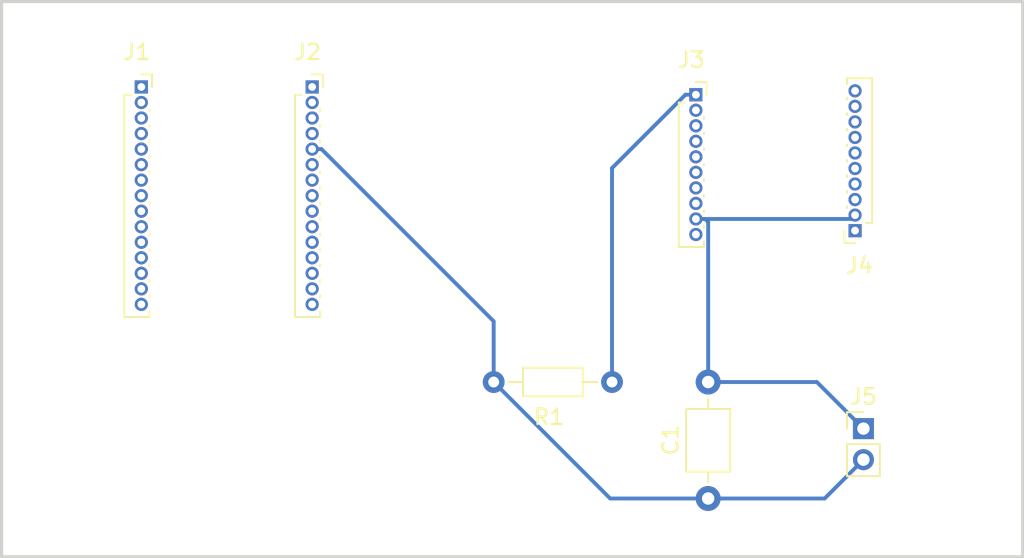
<source format=kicad_pcb>
(kicad_pcb (version 20221018) (generator pcbnew)
  (layers (0 "F.Cu" signal) (31 "B.Cu" signal) (34 "B.Paste" user) (35 "F.Paste" user) (36 "B.SilkS" user "B.Silkscreen") (37 "F.SilkS" user "F.Silkscreen") (38 "B.Mask" user) (39 "F.Mask" user) (44 "Edge.Cuts" user))
  (net 0 "")
  (net 1 "/Output")
  (net 2 "GND")
  (net 41 "/Input")
  (footprint "Connector_PinHeader_2.00mm:PinHeader_1x02_P2.00mm_Vertical" (layer "F.Cu") (at 139 72.25)
    (fp_text reference "J5" (at 0 -2.06) (layer "F.SilkS"))
    (fp_text value "Conn_01x02_Male")
    (fp_line (start -1.06 -1.06) (end 0 -1.06) (stroke (width 0.12)) (layer "F.SilkS"))
    (fp_line (start -1.06 0) (end -1.06 -1.06) (stroke (width 0.12)) (layer "F.SilkS"))
    (fp_line (start -1.06 1) (end -1.06 3.06) (stroke (width 0.12)) (layer "F.SilkS"))
    (fp_line (start -1.06 1) (end 1.06 1) (stroke (width 0.12)) (layer "F.SilkS"))
    (fp_line (start -1.06 3.06) (end 1.06 3.06) (stroke (width 0.12)) (layer "F.SilkS"))
    (fp_line (start 1.06 1) (end 1.06 3.06) (stroke (width 0.12)) (layer "F.SilkS"))
    (pad "1" thru_hole rect (at 0 0) (size 1.35 1.35) (drill 0.8) (layers "*.Cu" "*.Mask") (net 2 "GND"))
    (pad "2" thru_hole oval (at 0 2) (size 1.35 1.35) (drill 0.8) (layers "*.Cu" "*.Mask") (net 1 "/Output"))
  )
  (footprint "Connector_PinSocket_1.00mm:PinSocket_1x15_P1.00mm_Vertical" (layer "F.Cu") (at 92.5 50.25)
    (fp_text reference "J1" (at -0.29 -2.25) (layer "F.SilkS"))
    (fp_text value "Conn_01x15_Female")
    (fp_line (start -1.1 0.5) (end -1.1 14.81) (stroke (width 0.12)) (layer "F.SilkS"))
    (fp_line (start -1.1 0.5) (end -0.685 0.5) (stroke (width 0.12)) (layer "F.SilkS"))
    (fp_line (start -1.1 14.81) (end 0.52 14.81) (stroke (width 0.12)) (layer "F.SilkS"))
    (fp_line (start 0 -0.81) (end 0.685 -0.81) (stroke (width 0.12)) (layer "F.SilkS"))
    (fp_line (start 0.52 1.445898) (end 0.52 1.554102) (stroke (width 0.12)) (layer "F.SilkS"))
    (fp_line (start 0.52 2.445898) (end 0.52 2.554102) (stroke (width 0.12)) (layer "F.SilkS"))
    (fp_line (start 0.52 3.445898) (end 0.52 3.554102) (stroke (width 0.12)) (layer "F.SilkS"))
    (fp_line (start 0.52 4.445898) (end 0.52 4.554102) (stroke (width 0.12)) (layer "F.SilkS"))
    (fp_line (start 0.52 5.445898) (end 0.52 5.554102) (stroke (width 0.12)) (layer "F.SilkS"))
    (fp_line (start 0.52 6.445898) (end 0.52 6.554102) (stroke (width 0.12)) (layer "F.SilkS"))
    (fp_line (start 0.52 7.445898) (end 0.52 7.554102) (stroke (width 0.12)) (layer "F.SilkS"))
    (fp_line (start 0.52 8.445898) (end 0.52 8.554102) (stroke (width 0.12)) (layer "F.SilkS"))
    (fp_line (start 0.52 9.445898) (end 0.52 9.554102) (stroke (width 0.12)) (layer "F.SilkS"))
    (fp_line (start 0.52 10.445898) (end 0.52 10.554102) (stroke (width 0.12)) (layer "F.SilkS"))
    (fp_line (start 0.52 11.445898) (end 0.52 11.554102) (stroke (width 0.12)) (layer "F.SilkS"))
    (fp_line (start 0.52 12.445898) (end 0.52 12.554102) (stroke (width 0.12)) (layer "F.SilkS"))
    (fp_line (start 0.52 13.445898) (end 0.52 13.554102) (stroke (width 0.12)) (layer "F.SilkS"))
    (fp_line (start 0.52 14.445898) (end 0.52 14.81) (stroke (width 0.12)) (layer "F.SilkS"))
    (fp_line (start 0.685 -0.81) (end 0.685 0) (stroke (width 0.12)) (layer "F.SilkS"))
    (pad "1" thru_hole rect (at 0 0) (size 0.85 0.85) (drill 0.5) (layers "*.Cu" "*.Mask"))
    (pad "2" thru_hole oval (at 0 1) (size 0.85 0.85) (drill 0.5) (layers "*.Cu" "*.Mask"))
    (pad "3" thru_hole oval (at 0 2) (size 0.85 0.85) (drill 0.5) (layers "*.Cu" "*.Mask"))
    (pad "4" thru_hole oval (at 0 3) (size 0.85 0.85) (drill 0.5) (layers "*.Cu" "*.Mask"))
    (pad "5" thru_hole oval (at 0 4) (size 0.85 0.85) (drill 0.5) (layers "*.Cu" "*.Mask"))
    (pad "6" thru_hole oval (at 0 5) (size 0.85 0.85) (drill 0.5) (layers "*.Cu" "*.Mask"))
    (pad "7" thru_hole oval (at 0 6) (size 0.85 0.85) (drill 0.5) (layers "*.Cu" "*.Mask"))
    (pad "8" thru_hole oval (at 0 7) (size 0.85 0.85) (drill 0.5) (layers "*.Cu" "*.Mask"))
    (pad "9" thru_hole oval (at 0 8) (size 0.85 0.85) (drill 0.5) (layers "*.Cu" "*.Mask"))
    (pad "10" thru_hole oval (at 0 9) (size 0.85 0.85) (drill 0.5) (layers "*.Cu" "*.Mask"))
    (pad "11" thru_hole oval (at 0 10) (size 0.85 0.85) (drill 0.5) (layers "*.Cu" "*.Mask"))
    (pad "12" thru_hole oval (at 0 11) (size 0.85 0.85) (drill 0.5) (layers "*.Cu" "*.Mask"))
    (pad "13" thru_hole oval (at 0 12) (size 0.85 0.85) (drill 0.5) (layers "*.Cu" "*.Mask"))
    (pad "14" thru_hole oval (at 0 13) (size 0.85 0.85) (drill 0.5) (layers "*.Cu" "*.Mask"))
    (pad "15" thru_hole oval (at 0 14) (size 0.85 0.85) (drill 0.5) (layers "*.Cu" "*.Mask"))
  )
  (footprint "Connector_PinSocket_1.00mm:PinSocket_1x10_P1.00mm_Vertical" (layer "F.Cu") (at 128.21 50.75)
    (fp_text reference "J3" (at -0.29 -2.25) (layer "F.SilkS"))
    (fp_text value "Conn_01x10_Female")
    (fp_line (start -1.1 0.5) (end -1.1 9.81) (stroke (width 0.12)) (layer "F.SilkS"))
    (fp_line (start -1.1 0.5) (end -0.685 0.5) (stroke (width 0.12)) (layer "F.SilkS"))
    (fp_line (start -1.1 9.81) (end 0.52 9.81) (stroke (width 0.12)) (layer "F.SilkS"))
    (fp_line (start 0 -0.81) (end 0.685 -0.81) (stroke (width 0.12)) (layer "F.SilkS"))
    (fp_line (start 0.52 1.445898) (end 0.52 1.554102) (stroke (width 0.12)) (layer "F.SilkS"))
    (fp_line (start 0.52 2.445898) (end 0.52 2.554102) (stroke (width 0.12)) (layer "F.SilkS"))
    (fp_line (start 0.52 3.445898) (end 0.52 3.554102) (stroke (width 0.12)) (layer "F.SilkS"))
    (fp_line (start 0.52 4.445898) (end 0.52 4.554102) (stroke (width 0.12)) (layer "F.SilkS"))
    (fp_line (start 0.52 5.445898) (end 0.52 5.554102) (stroke (width 0.12)) (layer "F.SilkS"))
    (fp_line (start 0.52 6.445898) (end 0.52 6.554102) (stroke (width 0.12)) (layer "F.SilkS"))
    (fp_line (start 0.52 7.445898) (end 0.52 7.554102) (stroke (width 0.12)) (layer "F.SilkS"))
    (fp_line (start 0.52 8.445898) (end 0.52 8.554102) (stroke (width 0.12)) (layer "F.SilkS"))
    (fp_line (start 0.52 9.445898) (end 0.52 9.81) (stroke (width 0.12)) (layer "F.SilkS"))
    (fp_line (start 0.685 -0.81) (end 0.685 0) (stroke (width 0.12)) (layer "F.SilkS"))
    (pad "1" thru_hole rect (at 0 0) (size 0.85 0.85) (drill 0.5) (layers "*.Cu" "*.Mask") (net 41 "/Input"))
    (pad "2" thru_hole oval (at 0 1) (size 0.85 0.85) (drill 0.5) (layers "*.Cu" "*.Mask"))
    (pad "3" thru_hole oval (at 0 2) (size 0.85 0.85) (drill 0.5) (layers "*.Cu" "*.Mask"))
    (pad "4" thru_hole oval (at 0 3) (size 0.85 0.85) (drill 0.5) (layers "*.Cu" "*.Mask"))
    (pad "5" thru_hole oval (at 0 4) (size 0.85 0.85) (drill 0.5) (layers "*.Cu" "*.Mask"))
    (pad "6" thru_hole oval (at 0 5) (size 0.85 0.85) (drill 0.5) (layers "*.Cu" "*.Mask"))
    (pad "7" thru_hole oval (at 0 6) (size 0.85 0.85) (drill 0.5) (layers "*.Cu" "*.Mask"))
    (pad "8" thru_hole oval (at 0 7) (size 0.85 0.85) (drill 0.5) (layers "*.Cu" "*.Mask"))
    (pad "9" thru_hole oval (at 0 8) (size 0.85 0.85) (drill 0.5) (layers "*.Cu" "*.Mask") (net 2 "GND"))
    (pad "10" thru_hole oval (at 0 9) (size 0.85 0.85) (drill 0.5) (layers "*.Cu" "*.Mask"))
  )
  (footprint "Connector_PinSocket_1.00mm:PinSocket_1x15_P1.00mm_Vertical" (layer "F.Cu") (at 103.5 50.25)
    (fp_text reference "J2" (at -0.29 -2.25) (layer "F.SilkS"))
    (fp_text value "Conn_01x15_Female")
    (fp_line (start -1.1 0.5) (end -1.1 14.81) (stroke (width 0.12)) (layer "F.SilkS"))
    (fp_line (start -1.1 0.5) (end -0.685 0.5) (stroke (width 0.12)) (layer "F.SilkS"))
    (fp_line (start -1.1 14.81) (end 0.52 14.81) (stroke (width 0.12)) (layer "F.SilkS"))
    (fp_line (start 0 -0.81) (end 0.685 -0.81) (stroke (width 0.12)) (layer "F.SilkS"))
    (fp_line (start 0.52 1.445898) (end 0.52 1.554102) (stroke (width 0.12)) (layer "F.SilkS"))
    (fp_line (start 0.52 2.445898) (end 0.52 2.554102) (stroke (width 0.12)) (layer "F.SilkS"))
    (fp_line (start 0.52 3.445898) (end 0.52 3.554102) (stroke (width 0.12)) (layer "F.SilkS"))
    (fp_line (start 0.52 4.445898) (end 0.52 4.554102) (stroke (width 0.12)) (layer "F.SilkS"))
    (fp_line (start 0.52 5.445898) (end 0.52 5.554102) (stroke (width 0.12)) (layer "F.SilkS"))
    (fp_line (start 0.52 6.445898) (end 0.52 6.554102) (stroke (width 0.12)) (layer "F.SilkS"))
    (fp_line (start 0.52 7.445898) (end 0.52 7.554102) (stroke (width 0.12)) (layer "F.SilkS"))
    (fp_line (start 0.52 8.445898) (end 0.52 8.554102) (stroke (width 0.12)) (layer "F.SilkS"))
    (fp_line (start 0.52 9.445898) (end 0.52 9.554102) (stroke (width 0.12)) (layer "F.SilkS"))
    (fp_line (start 0.52 10.445898) (end 0.52 10.554102) (stroke (width 0.12)) (layer "F.SilkS"))
    (fp_line (start 0.52 11.445898) (end 0.52 11.554102) (stroke (width 0.12)) (layer "F.SilkS"))
    (fp_line (start 0.52 12.445898) (end 0.52 12.554102) (stroke (width 0.12)) (layer "F.SilkS"))
    (fp_line (start 0.52 13.445898) (end 0.52 13.554102) (stroke (width 0.12)) (layer "F.SilkS"))
    (fp_line (start 0.52 14.445898) (end 0.52 14.81) (stroke (width 0.12)) (layer "F.SilkS"))
    (fp_line (start 0.685 -0.81) (end 0.685 0) (stroke (width 0.12)) (layer "F.SilkS"))
    (pad "1" thru_hole rect (at 0 0) (size 0.85 0.85) (drill 0.5) (layers "*.Cu" "*.Mask"))
    (pad "2" thru_hole oval (at 0 1) (size 0.85 0.85) (drill 0.5) (layers "*.Cu" "*.Mask"))
    (pad "3" thru_hole oval (at 0 2) (size 0.85 0.85) (drill 0.5) (layers "*.Cu" "*.Mask"))
    (pad "4" thru_hole oval (at 0 3) (size 0.85 0.85) (drill 0.5) (layers "*.Cu" "*.Mask"))
    (pad "5" thru_hole oval (at 0 4) (size 0.85 0.85) (drill 0.5) (layers "*.Cu" "*.Mask") (net 1 "/Output"))
    (pad "6" thru_hole oval (at 0 5) (size 0.85 0.85) (drill 0.5) (layers "*.Cu" "*.Mask"))
    (pad "7" thru_hole oval (at 0 6) (size 0.85 0.85) (drill 0.5) (layers "*.Cu" "*.Mask"))
    (pad "8" thru_hole oval (at 0 7) (size 0.85 0.85) (drill 0.5) (layers "*.Cu" "*.Mask"))
    (pad "9" thru_hole oval (at 0 8) (size 0.85 0.85) (drill 0.5) (layers "*.Cu" "*.Mask"))
    (pad "10" thru_hole oval (at 0 9) (size 0.85 0.85) (drill 0.5) (layers "*.Cu" "*.Mask"))
    (pad "11" thru_hole oval (at 0 10) (size 0.85 0.85) (drill 0.5) (layers "*.Cu" "*.Mask"))
    (pad "12" thru_hole oval (at 0 11) (size 0.85 0.85) (drill 0.5) (layers "*.Cu" "*.Mask"))
    (pad "13" thru_hole oval (at 0 12) (size 0.85 0.85) (drill 0.5) (layers "*.Cu" "*.Mask"))
    (pad "14" thru_hole oval (at 0 13) (size 0.85 0.85) (drill 0.5) (layers "*.Cu" "*.Mask"))
    (pad "15" thru_hole oval (at 0 14) (size 0.85 0.85) (drill 0.5) (layers "*.Cu" "*.Mask"))
  )
  (footprint "Capacitor_THT:C_Axial_L3.8mm_D2.6mm_P7.50mm_Horizontal" (layer "F.Cu") (at 129 76.75 90)
    (fp_text reference "C1" (at 3.75 -2.42 90) (layer "F.SilkS"))
    (fp_text value "0.01u")
    (fp_line (start 1.04 0) (end 1.73 0) (stroke (width 0.12)) (layer "F.SilkS"))
    (fp_line (start 1.73 -1.42) (end 1.73 1.42) (stroke (width 0.12)) (layer "F.SilkS"))
    (fp_line (start 1.73 1.42) (end 5.77 1.42) (stroke (width 0.12)) (layer "F.SilkS"))
    (fp_line (start 5.77 -1.42) (end 1.73 -1.42) (stroke (width 0.12)) (layer "F.SilkS"))
    (fp_line (start 5.77 1.42) (end 5.77 -1.42) (stroke (width 0.12)) (layer "F.SilkS"))
    (fp_line (start 6.46 0) (end 5.77 0) (stroke (width 0.12)) (layer "F.SilkS"))
    (pad "1" thru_hole circle (at 0 0 90) (size 1.6 1.6) (drill 0.8) (layers "*.Cu" "*.Mask") (net 1 "/Output"))
    (pad "2" thru_hole oval (at 7.5 0 90) (size 1.6 1.6) (drill 0.8) (layers "*.Cu" "*.Mask") (net 2 "GND"))
  )
  (footprint "Connector_PinSocket_1.00mm:PinSocket_1x10_P1.00mm_Vertical" (layer "F.Cu") (at 138.46 59.5 180)
    (fp_text reference "J4" (at -0.29 -2.25) (layer "F.SilkS"))
    (fp_text value "Conn_01x10_Female")
    (fp_line (start -1.1 0.5) (end -1.1 9.81) (stroke (width 0.12)) (layer "F.SilkS"))
    (fp_line (start -1.1 0.5) (end -0.685 0.5) (stroke (width 0.12)) (layer "F.SilkS"))
    (fp_line (start -1.1 9.81) (end 0.52 9.81) (stroke (width 0.12)) (layer "F.SilkS"))
    (fp_line (start 0 -0.81) (end 0.685 -0.81) (stroke (width 0.12)) (layer "F.SilkS"))
    (fp_line (start 0.52 1.445898) (end 0.52 1.554102) (stroke (width 0.12)) (layer "F.SilkS"))
    (fp_line (start 0.52 2.445898) (end 0.52 2.554102) (stroke (width 0.12)) (layer "F.SilkS"))
    (fp_line (start 0.52 3.445898) (end 0.52 3.554102) (stroke (width 0.12)) (layer "F.SilkS"))
    (fp_line (start 0.52 4.445898) (end 0.52 4.554102) (stroke (width 0.12)) (layer "F.SilkS"))
    (fp_line (start 0.52 5.445898) (end 0.52 5.554102) (stroke (width 0.12)) (layer "F.SilkS"))
    (fp_line (start 0.52 6.445898) (end 0.52 6.554102) (stroke (width 0.12)) (layer "F.SilkS"))
    (fp_line (start 0.52 7.445898) (end 0.52 7.554102) (stroke (width 0.12)) (layer "F.SilkS"))
    (fp_line (start 0.52 8.445898) (end 0.52 8.554102) (stroke (width 0.12)) (layer "F.SilkS"))
    (fp_line (start 0.52 9.445898) (end 0.52 9.81) (stroke (width 0.12)) (layer "F.SilkS"))
    (fp_line (start 0.685 -0.81) (end 0.685 0) (stroke (width 0.12)) (layer "F.SilkS"))
    (pad "1" thru_hole rect (at 0 0 180) (size 0.85 0.85) (drill 0.5) (layers "*.Cu" "*.Mask"))
    (pad "2" thru_hole oval (at 0 1 180) (size 0.85 0.85) (drill 0.5) (layers "*.Cu" "*.Mask") (net 2 "GND"))
    (pad "3" thru_hole oval (at 0 2 180) (size 0.85 0.85) (drill 0.5) (layers "*.Cu" "*.Mask"))
    (pad "4" thru_hole oval (at 0 3 180) (size 0.85 0.85) (drill 0.5) (layers "*.Cu" "*.Mask"))
    (pad "5" thru_hole oval (at 0 4 180) (size 0.85 0.85) (drill 0.5) (layers "*.Cu" "*.Mask"))
    (pad "6" thru_hole oval (at 0 5 180) (size 0.85 0.85) (drill 0.5) (layers "*.Cu" "*.Mask"))
    (pad "7" thru_hole oval (at 0 6 180) (size 0.85 0.85) (drill 0.5) (layers "*.Cu" "*.Mask"))
    (pad "8" thru_hole oval (at 0 7 180) (size 0.85 0.85) (drill 0.5) (layers "*.Cu" "*.Mask"))
    (pad "9" thru_hole oval (at 0 8 180) (size 0.85 0.85) (drill 0.5) (layers "*.Cu" "*.Mask"))
    (pad "10" thru_hole oval (at 0 9 180) (size 0.85 0.85) (drill 0.5) (layers "*.Cu" "*.Mask"))
  )
  (footprint "Resistor_THT:R_Axial_DIN0204_L3.6mm_D1.6mm_P7.62mm_Horizontal" (layer "F.Cu") (at 122.81 69.25 180)
    (fp_text reference "R1" (at 4.06 -2.25) (layer "F.SilkS"))
    (fp_text value "160")
    (fp_line (start 0.94 0) (end 1.89 0) (stroke (width 0.12)) (layer "F.SilkS"))
    (fp_line (start 1.89 -0.92) (end 1.89 0.92) (stroke (width 0.12)) (layer "F.SilkS"))
    (fp_line (start 1.89 0.92) (end 5.73 0.92) (stroke (width 0.12)) (layer "F.SilkS"))
    (fp_line (start 5.73 -0.92) (end 1.89 -0.92) (stroke (width 0.12)) (layer "F.SilkS"))
    (fp_line (start 5.73 0.92) (end 5.73 -0.92) (stroke (width 0.12)) (layer "F.SilkS"))
    (fp_line (start 6.68 0) (end 5.73 0) (stroke (width 0.12)) (layer "F.SilkS"))
    (pad "1" thru_hole circle (at 0 0 180) (size 1.4 1.4) (drill 0.7) (layers "*.Cu" "*.Mask") (net 41 "/Input"))
    (pad "2" thru_hole oval (at 7.62 0 180) (size 1.4 1.4) (drill 0.7) (layers "*.Cu" "*.Mask") (net 1 "/Output"))
  )
  (gr_rect (start 83.5 44.75) (end 149.25 80.5) (stroke (width 0.2)) (fill none) (layer "Edge.Cuts"))
  (segment (start 129 76.75) (end 136.5 76.75) (width 0.25) (layer "B.Cu") (net 1))
  (segment (start 103.5 54.25) (end 104.10104 54.25) (width 0.25) (layer "B.Cu") (net 1))
  (segment (start 104.10104 54.25) (end 115.19 65.33896) (width 0.25) (layer "B.Cu") (net 1))
  (segment (start 136.5 76.75) (end 139 74.25) (width 0.25) (layer "B.Cu") (net 1))
  (segment (start 115.19 69.25) (end 122.69 76.75) (width 0.25) (layer "B.Cu") (net 1))
  (segment (start 122.69 76.75) (end 129 76.75) (width 0.25) (layer "B.Cu") (net 1))
  (segment (start 115.19 65.33896) (end 115.19 69.25) (width 0.25) (layer "B.Cu") (net 1))
  (segment (start 128.21 58.75) (end 138.21 58.75) (width 0.25) (layer "B.Cu") (net 2))
  (segment (start 128.81104 58.75) (end 128.21 58.75) (width 0.25) (layer "B.Cu") (net 2))
  (segment (start 136 69.25) (end 139 72.25) (width 0.25) (layer "B.Cu") (net 2))
  (segment (start 129 58.93896) (end 128.81104 58.75) (width 0.25) (layer "B.Cu") (net 2))
  (segment (start 129 69.25) (end 136 69.25) (width 0.25) (layer "B.Cu") (net 2))
  (segment (start 129 69.25) (end 129 58.93896) (width 0.25) (layer "B.Cu") (net 2))
  (segment (start 138.21 58.75) (end 138.46 58.5) (width 0.25) (layer "B.Cu") (net 2))
  (segment (start 127.535 50.75) (end 128.21 50.75) (width 0.25) (layer "B.Cu") (net 41))
  (segment (start 122.81 55.475) (end 127.535 50.75) (width 0.25) (layer "B.Cu") (net 41))
  (segment (start 122.81 69.31) (end 123 69.5) (width 0.25) (layer "B.Cu") (net 41))
  (segment (start 122.81 69.25) (end 122.81 69.31) (width 0.25) (layer "B.Cu") (net 41))
  (segment (start 122.81 69.25) (end 122.81 55.475) (width 0.25) (layer "B.Cu") (net 41))
)
</source>
